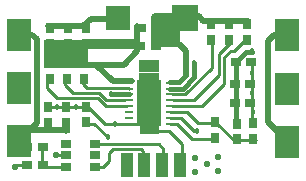
<source format=gtl>
%FSLAX25Y25*%
%MOIN*%
G70*
G01*
G75*
G04 Layer_Physical_Order=1*
G04 Layer_Color=255*
%ADD10R,0.03600X0.03000*%
%ADD11R,0.03543X0.02559*%
%ADD12R,0.07874X0.11024*%
%ADD13R,0.06000X0.05000*%
%ADD14R,0.03000X0.03600*%
%ADD15R,0.03150X0.00906*%
%ADD16R,0.00906X0.03150*%
%ADD17R,0.03937X0.07874*%
%ADD18C,0.01000*%
%ADD19C,0.02000*%
%ADD20C,0.01500*%
%ADD21C,0.01700*%
%ADD22C,0.01900*%
%ADD23R,0.15156X0.09649*%
%ADD24R,0.15310X0.02394*%
%ADD25R,0.06525X0.02707*%
%ADD26R,0.06323X0.02939*%
%ADD27R,0.06830X0.04197*%
%ADD28R,0.19009X0.03190*%
%ADD29R,0.08936X0.09999*%
%ADD30R,0.08242X0.15824*%
%ADD31R,0.08028X0.08465*%
%ADD32R,0.08515X0.08961*%
%ADD33C,0.02300*%
%ADD34C,0.01800*%
D10*
X308177Y298038D02*
D03*
X313444Y298067D02*
D03*
X377779Y332238D02*
D03*
X383046Y332267D02*
D03*
X377438Y325125D02*
D03*
X382705Y325154D02*
D03*
X377435Y318798D02*
D03*
X382702Y318827D02*
D03*
X351346Y343802D02*
D03*
X346079Y343774D02*
D03*
X351189Y337842D02*
D03*
X345922Y337813D02*
D03*
X308353Y303889D02*
D03*
X313620Y303918D02*
D03*
D11*
X321385Y304972D02*
D03*
Y301232D02*
D03*
Y297492D02*
D03*
X330834D02*
D03*
Y301232D02*
D03*
Y304972D02*
D03*
D12*
X395023Y341288D02*
D03*
X395032Y323538D02*
D03*
X394949Y305815D02*
D03*
X305623Y306056D02*
D03*
X305614Y323806D02*
D03*
X305697Y341529D02*
D03*
D13*
X339535Y347141D02*
D03*
X360557Y347063D02*
D03*
D14*
X315872Y343776D02*
D03*
X315901Y338509D02*
D03*
X321934Y343776D02*
D03*
X321963Y338509D02*
D03*
X327776Y343776D02*
D03*
X327804Y338509D02*
D03*
X315791Y331972D02*
D03*
X315819Y326706D02*
D03*
X321442Y331911D02*
D03*
X321470Y326644D02*
D03*
X327154Y331911D02*
D03*
X327183Y326644D02*
D03*
X315206Y317285D02*
D03*
X315234Y312018D02*
D03*
X321205Y317285D02*
D03*
X321234Y312018D02*
D03*
X327877Y312247D02*
D03*
X327849Y317514D02*
D03*
X383649Y306656D02*
D03*
X383621Y311923D02*
D03*
X370825Y307048D02*
D03*
X370797Y312314D02*
D03*
X378207Y311844D02*
D03*
X378236Y306578D02*
D03*
X369584Y345068D02*
D03*
X369613Y339801D02*
D03*
X375618Y345011D02*
D03*
X375646Y339744D02*
D03*
X381538Y345011D02*
D03*
X381566Y339744D02*
D03*
D15*
X355928Y325483D02*
D03*
Y323514D02*
D03*
Y321546D02*
D03*
Y319577D02*
D03*
Y317608D02*
D03*
Y315640D02*
D03*
Y313671D02*
D03*
Y311703D02*
D03*
X342149D02*
D03*
Y313671D02*
D03*
Y315640D02*
D03*
Y317608D02*
D03*
Y319577D02*
D03*
Y321546D02*
D03*
Y323514D02*
D03*
Y325483D02*
D03*
D16*
X351991Y309735D02*
D03*
X346086D02*
D03*
Y327451D02*
D03*
X350023D02*
D03*
X351991D02*
D03*
D17*
X341423Y298086D02*
D03*
X347349Y298124D02*
D03*
X353286Y298086D02*
D03*
X359245Y298120D02*
D03*
D18*
X383379Y312474D02*
Y319317D01*
X383329Y319514D02*
X383724Y319119D01*
X383329Y325154D02*
Y331693D01*
Y319514D02*
Y325154D01*
X383379Y312474D02*
X383868Y311984D01*
X359754Y298500D02*
X360111Y298144D01*
X350661Y309364D02*
X355557D01*
X324562Y317262D02*
X328656D01*
X314935D02*
X324562D01*
X342136Y311718D02*
X345725D01*
X334200Y311718D02*
X342093D01*
X304329Y297272D02*
X305096Y298038D01*
X355557Y309364D02*
X359754Y305167D01*
Y298500D02*
Y305167D01*
X317759Y301232D02*
X321385D01*
X305096Y298038D02*
X308177D01*
X313393Y297838D02*
Y304277D01*
Y297838D02*
X313739Y297492D01*
X321385D01*
X347063Y299872D02*
Y302563D01*
X346155Y303472D02*
X347063Y302563D01*
X336825Y303472D02*
X346155D01*
X335498Y302144D02*
X336825Y303472D01*
X335498Y299356D02*
Y302144D01*
X333633Y297492D02*
X335498Y299356D01*
X330834Y297492D02*
X333633D01*
X330834Y304972D02*
X352136D01*
X353568Y300103D02*
Y303539D01*
X352136Y304972D02*
X353568Y303539D01*
X381772Y340546D02*
Y340559D01*
X377379Y336154D02*
X381772Y340546D01*
X376255Y336154D02*
X377379D01*
X328656Y317262D02*
X334200Y311718D01*
X335141Y307270D02*
X335182D01*
X330604Y311808D02*
X335141Y307270D01*
X327556Y311808D02*
X330604D01*
X318227Y320367D02*
X331779D01*
X315027Y323567D02*
X318227Y320367D01*
X315027Y323567D02*
Y324988D01*
X331779Y320367D02*
X334537Y317608D01*
X341623D01*
X334699Y319586D02*
X341033D01*
X332240Y322045D02*
X334699Y319586D01*
X323471Y322045D02*
X332240D01*
X328360Y323545D02*
X342249D01*
X342262Y323533D01*
X326918Y324988D02*
X328360Y323545D01*
X320907Y324610D02*
X323471Y322045D01*
X320907Y324610D02*
Y324988D01*
X369813Y330457D02*
Y340460D01*
X360903Y321547D02*
X369813Y330457D01*
X356693Y321547D02*
X360903D01*
X375817Y338790D02*
Y340505D01*
X363812Y319583D02*
X372158Y327930D01*
X356979Y319583D02*
X363812D01*
X366676Y317660D02*
X374040Y325025D01*
X356611Y317660D02*
X366676D01*
X377460Y306300D02*
X377603D01*
X384341Y306478D02*
X384418Y306401D01*
X371632Y311871D02*
X376917Y306586D01*
X355915Y311718D02*
X358149D01*
X363226Y306641D01*
X370702D01*
X355915Y315655D02*
X361737D01*
X365355Y312037D01*
X369763Y311871D02*
X371632D01*
X365355Y312037D02*
X371098D01*
X377851Y306478D02*
X384341D01*
X355915Y313686D02*
X359687D01*
X363994Y309380D01*
X364946D01*
X372158Y327930D02*
Y335131D01*
X375817Y338790D01*
X374040Y325025D02*
Y333939D01*
X376255Y336154D01*
X345725Y311718D02*
X346557Y310885D01*
D19*
X394190Y301382D02*
Y307171D01*
X388433Y312394D02*
X394166Y306661D01*
X314740Y309594D02*
X321034D01*
X328199Y331516D02*
X331400D01*
X340508D02*
X344936Y335945D01*
X328976Y331516D02*
X340508D01*
X344936Y335945D02*
Y344341D01*
X350436Y338322D02*
Y344341D01*
X350489Y347059D02*
X351002Y347571D01*
X357987D01*
X358110Y347694D01*
X365449D02*
X366972Y346172D01*
X358858Y338279D02*
X361190Y335946D01*
X350676Y338279D02*
X358858D01*
X350489Y343464D02*
Y347059D01*
X358110Y347694D02*
X365449D01*
X366972Y346172D02*
X381935D01*
X390510Y341288D02*
X395023D01*
X388433Y339212D02*
X390510Y341288D01*
X388433Y312394D02*
Y339212D01*
X305697Y341529D02*
X310039D01*
X311489Y340079D01*
Y311925D02*
Y340079D01*
X309202Y309638D02*
X311489Y311925D01*
X321034Y309594D02*
X321273Y309356D01*
X331400Y331516D02*
X337019Y325898D01*
X343179D01*
X340123Y346865D02*
X340210Y346952D01*
X315394Y344369D02*
X327070D01*
X329567Y346865D01*
X340123D01*
D20*
X381294Y335867D02*
X383235D01*
X377829Y332402D02*
X381294Y335867D01*
X377829Y319312D02*
Y332402D01*
X336332Y321560D02*
X342136D01*
X377879Y312147D02*
Y319317D01*
X355915Y323529D02*
X360229D01*
X364010Y327310D01*
Y332097D01*
X377879Y312147D02*
X378204Y311821D01*
X355767Y325801D02*
X358903D01*
D21*
X361190Y328088D01*
D22*
Y335946D01*
D23*
X321100Y334990D02*
D03*
D24*
X315007Y309641D02*
D03*
D25*
X348975Y327512D02*
D03*
D26*
Y309559D02*
D03*
D27*
X349029Y330882D02*
D03*
D28*
X335908Y338448D02*
D03*
D29*
X354891Y342904D02*
D03*
D30*
X349052Y318570D02*
D03*
D31*
X338514Y347088D02*
D03*
D32*
X360825Y347098D02*
D03*
D33*
X359987Y298085D02*
D03*
X340621Y298033D02*
D03*
X317745Y301294D02*
D03*
X304305Y297388D02*
D03*
X308184Y309821D02*
D03*
X351551Y322749D02*
D03*
X346863Y322637D02*
D03*
X346930Y314494D02*
D03*
X351574Y314539D02*
D03*
X351596Y318599D02*
D03*
X346908Y318666D02*
D03*
X302914Y327737D02*
D03*
X308069Y327721D02*
D03*
X302998Y319940D02*
D03*
X307850Y320071D02*
D03*
X305446Y323918D02*
D03*
X392653Y327501D02*
D03*
X397461Y327545D02*
D03*
X395166Y323695D02*
D03*
X392696Y319895D02*
D03*
X397417Y320114D02*
D03*
X392503Y345468D02*
D03*
X397503Y345507D02*
D03*
X395100Y341360D02*
D03*
X392697Y337174D02*
D03*
X397503Y337251D02*
D03*
X392309Y309889D02*
D03*
X397348Y309850D02*
D03*
X394867Y306323D02*
D03*
X392465Y301866D02*
D03*
X397464D02*
D03*
X371857Y300625D02*
D03*
Y295935D02*
D03*
X368152Y298421D02*
D03*
X364166Y300437D02*
D03*
X364260Y295560D02*
D03*
X303445Y309798D02*
D03*
X303005Y345654D02*
D03*
X307937D02*
D03*
X305365Y341109D02*
D03*
X302864Y337233D02*
D03*
X308219D02*
D03*
D34*
X336298Y321551D02*
D03*
X365016Y309357D02*
D03*
X335213Y307299D02*
D03*
X318163Y309567D02*
D03*
X364058Y332030D02*
D03*
X383189Y335960D02*
D03*
X348847Y320658D02*
D03*
X349004Y316467D02*
D03*
X337612Y311715D02*
D03*
X324562Y317430D02*
D03*
X318185Y317304D02*
D03*
X346773Y332041D02*
D03*
X351306Y332086D02*
D03*
X383405Y328605D02*
D03*
X383430Y315602D02*
D03*
X383279Y322164D02*
D03*
M02*

</source>
